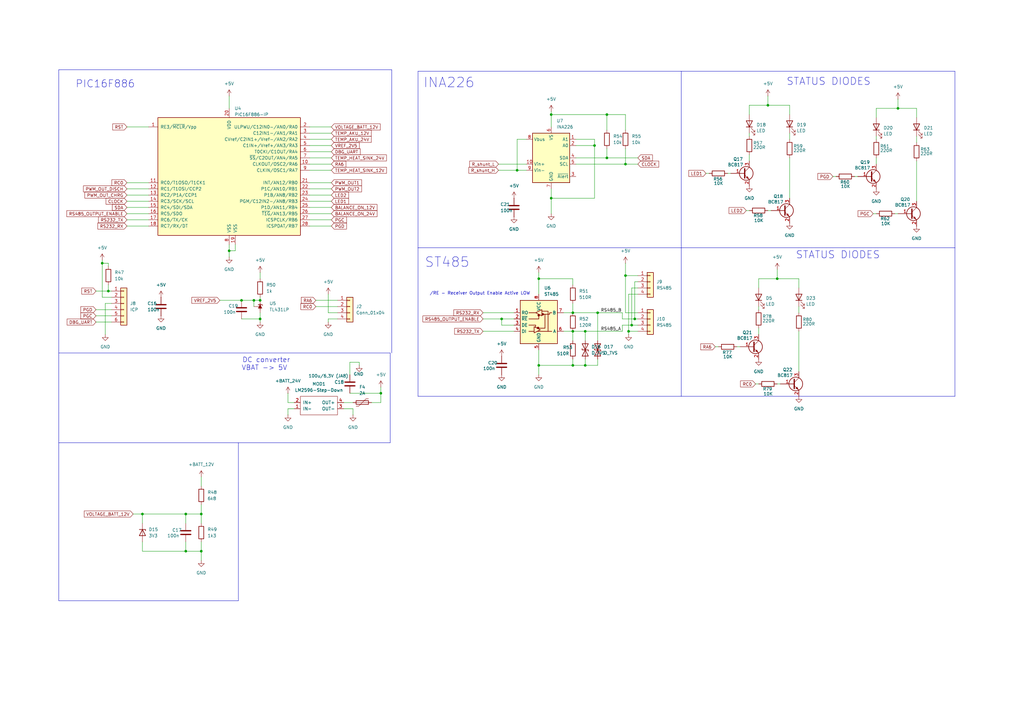
<source format=kicad_sch>
(kicad_sch (version 20231120) (generator "eeschema") (generator_version "8.0")
  (paper "A3")
  (junction (at 93.98 102.87))
  (junction (at 243.84 59.69))
  (junction (at 106.68 123.19))
  (junction (at 44.45 119.38))
  (junction (at 245.11 128.27))
  (junction (at 260.35 130.81))
  (junction (at 234.95 149.86))
  (junction (at 220.98 114.3))
  (junction (at 76.2 210.82))
  (junction (at 156.21 161.29))
  (junction (at 248.92 46.99))
  (junction (at 240.03 135.89))
  (junction (at 82.55 226.06))
  (junction (at 99.06 123.19))
  (junction (at 318.77 114.3))
  (junction (at 104.14 123.19))
  (junction (at 248.92 64.77))
  (junction (at 256.54 113.03))
  (junction (at 259.08 133.35))
  (junction (at 314.96 43.18))
  (junction (at 220.98 149.86))
  (junction (at 226.06 81.28))
  (junction (at 41.91 107.95))
  (junction (at 256.54 67.31))
  (junction (at 76.2 226.06))
  (junction (at 368.3 44.45))
  (junction (at 234.95 135.89))
  (junction (at 58.42 210.82))
  (junction (at 234.95 128.27))
  (junction (at 240.03 149.86))
  (junction (at 226.06 46.99))
  (junction (at 106.68 130.81))
  (junction (at 82.55 210.82))
  (junction (at 257.81 135.89))
  (junction (at 212.09 69.85))
  (junction (at 205.74 130.81))
  (wire (pts (xy 45.72 124.46) (xy 43.18 124.46)))
  (wire (pts (xy 212.09 57.15) (xy 212.09 69.85)))
  (wire (pts (xy 248.92 46.99) (xy 248.92 53.34)))
  (wire (pts (xy 147.32 148.59) (xy 143.51 148.59)))
  (wire (pts (xy 212.09 69.85) (xy 215.9 69.85)))
  (wire (pts (xy 306.07 86.36) (xy 307.34 86.36)))
  (wire (pts (xy 138.43 130.81) (xy 134.62 130.81)))
  (wire (pts (xy 118.11 170.18) (xy 118.11 167.64)))
  (wire (pts (xy 41.91 107.95) (xy 44.45 107.95)))
  (wire (pts (xy 127 64.77) (xy 135.89 64.77)))
  (wire (pts (xy 314.96 43.18) (xy 323.85 43.18)))
  (polyline (pts (xy 160.02 144.78) (xy 160.02 181.61)))
  (wire (pts (xy 226.06 45.72) (xy 226.06 46.99)))
  (wire (pts (xy 127 77.47) (xy 135.89 77.47)))
  (wire (pts (xy 76.2 210.82) (xy 82.55 210.82)))
  (wire (pts (xy 144.78 167.64) (xy 140.97 167.64)))
  (wire (pts (xy 368.3 40.64) (xy 368.3 44.45)))
  (wire (pts (xy 226.06 46.99) (xy 248.92 46.99)))
  (wire (pts (xy 309.88 157.48) (xy 311.15 157.48)))
  (wire (pts (xy 82.55 226.06) (xy 82.55 229.87)))
  (wire (pts (xy 255.27 133.35) (xy 255.27 135.89)))
  (wire (pts (xy 231.14 128.27) (xy 234.95 128.27)))
  (wire (pts (xy 327.66 135.89) (xy 327.66 152.4)))
  (polyline (pts (xy 160.655 28.575) (xy 160.655 144.78)))
  (wire (pts (xy 261.62 115.57) (xy 260.35 115.57)))
  (wire (pts (xy 323.85 64.77) (xy 323.85 81.28)))
  (wire (pts (xy 248.92 64.77) (xy 261.62 64.77)))
  (wire (pts (xy 76.2 210.82) (xy 76.2 214.63)))
  (wire (pts (xy 82.55 207.01) (xy 82.55 210.82)))
  (wire (pts (xy 41.91 107.95) (xy 41.91 121.92)))
  (wire (pts (xy 127 52.07) (xy 135.89 52.07)))
  (wire (pts (xy 198.12 128.27) (xy 210.82 128.27)))
  (wire (pts (xy 261.62 133.35) (xy 259.08 133.35)))
  (wire (pts (xy 257.81 137.16) (xy 257.81 135.89)))
  (wire (pts (xy 307.34 54.61) (xy 307.34 55.88)))
  (wire (pts (xy 76.2 222.25) (xy 76.2 226.06)))
  (wire (pts (xy 52.07 82.55) (xy 60.96 82.55)))
  (wire (pts (xy 204.47 69.85) (xy 212.09 69.85)))
  (polyline (pts (xy 24.13 181.61) (xy 97.79 181.61)))
  (wire (pts (xy 52.07 80.01) (xy 60.96 80.01)))
  (wire (pts (xy 127 54.61) (xy 135.89 54.61)))
  (wire (pts (xy 99.06 123.19) (xy 104.14 123.19)))
  (wire (pts (xy 106.68 121.92) (xy 106.68 123.19)))
  (wire (pts (xy 256.54 128.27) (xy 256.54 113.03)))
  (wire (pts (xy 129.54 125.73) (xy 138.43 125.73)))
  (wire (pts (xy 245.11 147.32) (xy 245.11 149.86)))
  (wire (pts (xy 96.52 102.87) (xy 96.52 100.33)))
  (wire (pts (xy 359.41 64.77) (xy 359.41 67.31)))
  (wire (pts (xy 234.95 135.89) (xy 240.03 135.89)))
  (wire (pts (xy 236.22 64.77) (xy 248.92 64.77)))
  (wire (pts (xy 156.21 165.1) (xy 156.21 161.29)))
  (wire (pts (xy 210.82 133.35) (xy 205.74 133.35)))
  (wire (pts (xy 234.95 124.46) (xy 234.95 128.27)))
  (wire (pts (xy 257.81 120.65) (xy 261.62 120.65)))
  (polyline (pts (xy 97.79 246.38) (xy 97.79 181.61)))
  (wire (pts (xy 76.2 226.06) (xy 58.42 226.06)))
  (polyline (pts (xy 279.4 162.56) (xy 391.668 162.56)))
  (wire (pts (xy 205.74 130.81) (xy 210.82 130.81)))
  (wire (pts (xy 44.45 109.22) (xy 44.45 107.95)))
  (wire (pts (xy 39.37 129.54) (xy 45.72 129.54)))
  (wire (pts (xy 104.14 125.73) (xy 104.14 123.19)))
  (wire (pts (xy 52.07 87.63) (xy 60.96 87.63)))
  (wire (pts (xy 39.37 127) (xy 45.72 127)))
  (wire (pts (xy 255.27 130.81) (xy 255.27 128.27)))
  (polyline (pts (xy 171.45 101.6) (xy 171.45 29.21)))
  (wire (pts (xy 359.41 44.45) (xy 359.41 48.26)))
  (wire (pts (xy 236.22 59.69) (xy 243.84 59.69)))
  (wire (pts (xy 39.37 119.38) (xy 44.45 119.38)))
  (wire (pts (xy 245.11 128.27) (xy 245.11 139.7)))
  (wire (pts (xy 257.81 135.89) (xy 261.62 135.89)))
  (wire (pts (xy 39.37 132.08) (xy 45.72 132.08)))
  (wire (pts (xy 58.42 210.82) (xy 58.42 214.63)))
  (wire (pts (xy 93.98 100.33) (xy 93.98 102.87)))
  (wire (pts (xy 44.45 116.84) (xy 44.45 119.38)))
  (wire (pts (xy 135.89 90.17) (xy 127 90.17)))
  (wire (pts (xy 99.06 130.81) (xy 106.68 130.81)))
  (wire (pts (xy 198.12 135.89) (xy 210.82 135.89)))
  (wire (pts (xy 307.34 43.18) (xy 314.96 43.18)))
  (wire (pts (xy 375.92 66.04) (xy 375.92 82.55)))
  (wire (pts (xy 341.63 72.39) (xy 342.9 72.39)))
  (wire (pts (xy 82.55 210.82) (xy 82.55 214.63)))
  (wire (pts (xy 240.03 149.86) (xy 234.95 149.86)))
  (wire (pts (xy 234.95 116.84) (xy 234.95 114.3)))
  (wire (pts (xy 93.98 102.87) (xy 93.98 105.41)))
  (polyline (pts (xy 391.668 162.56) (xy 391.668 101.6)))
  (wire (pts (xy 45.72 121.92) (xy 41.91 121.92)))
  (wire (pts (xy 257.81 135.89) (xy 257.81 120.65)))
  (wire (pts (xy 90.17 123.19) (xy 99.06 123.19)))
  (wire (pts (xy 127 59.69) (xy 135.89 59.69)))
  (wire (pts (xy 236.22 67.31) (xy 256.54 67.31)))
  (wire (pts (xy 127 74.93) (xy 135.89 74.93)))
  (wire (pts (xy 82.55 222.25) (xy 82.55 226.06)))
  (wire (pts (xy 134.62 120.65) (xy 134.62 128.27)))
  (wire (pts (xy 127 57.15) (xy 135.89 57.15)))
  (wire (pts (xy 234.95 149.86) (xy 220.98 149.86)))
  (wire (pts (xy 118.11 167.64) (xy 120.65 167.64)))
  (wire (pts (xy 104.14 123.19) (xy 106.68 123.19)))
  (wire (pts (xy 93.98 102.87) (xy 96.52 102.87)))
  (wire (pts (xy 41.91 106.68) (xy 41.91 107.95)))
  (wire (pts (xy 215.9 57.15) (xy 212.09 57.15)))
  (polyline (pts (xy 24.13 28.575) (xy 160.655 28.575)))
  (wire (pts (xy 127 80.01) (xy 135.89 80.01)))
  (wire (pts (xy 243.84 57.15) (xy 236.22 57.15)))
  (wire (pts (xy 307.34 43.18) (xy 307.34 46.99)))
  (wire (pts (xy 143.51 161.29) (xy 156.21 161.29)))
  (wire (pts (xy 261.62 118.11) (xy 259.08 118.11)))
  (polyline (pts (xy 171.45 101.6) (xy 279.4 101.6)))
  (wire (pts (xy 256.54 46.99) (xy 256.54 53.34)))
  (wire (pts (xy 245.11 128.27) (xy 255.27 128.27)))
  (wire (pts (xy 93.98 39.37) (xy 93.98 44.45)))
  (wire (pts (xy 234.95 114.3) (xy 220.98 114.3)))
  (wire (pts (xy 143.51 148.59) (xy 143.51 153.67)))
  (wire (pts (xy 256.54 113.03) (xy 256.54 107.95)))
  (wire (pts (xy 127 85.09) (xy 135.89 85.09)))
  (polyline (pts (xy 171.45 162.56) (xy 171.45 101.6)))
  (polyline (pts (xy 279.4 101.6) (xy 391.668 101.6)))
  (wire (pts (xy 82.55 226.06) (xy 76.2 226.06)))
  (wire (pts (xy 127 62.23) (xy 135.89 62.23)))
  (wire (pts (xy 52.07 85.09) (xy 60.96 85.09)))
  (wire (pts (xy 127 82.55) (xy 135.89 82.55)))
  (wire (pts (xy 311.15 125.73) (xy 311.15 127)))
  (wire (pts (xy 58.42 226.06) (xy 58.42 222.25)))
  (wire (pts (xy 368.3 44.45) (xy 375.92 44.45)))
  (wire (pts (xy 318.77 157.48) (xy 320.04 157.48)))
  (wire (pts (xy 359.41 55.88) (xy 359.41 57.15)))
  (wire (pts (xy 220.98 111.76) (xy 220.98 114.3)))
  (wire (pts (xy 327.66 125.73) (xy 327.66 128.27)))
  (wire (pts (xy 44.45 119.38) (xy 45.72 119.38)))
  (wire (pts (xy 314.96 86.36) (xy 316.23 86.36)))
  (wire (pts (xy 138.43 128.27) (xy 134.62 128.27)))
  (wire (pts (xy 54.61 210.82) (xy 58.42 210.82)))
  (polyline (pts (xy 391.668 29.21) (xy 279.4 29.21)))
  (wire (pts (xy 256.54 60.96) (xy 256.54 67.31)))
  (wire (pts (xy 248.92 60.96) (xy 248.92 64.77)))
  (wire (pts (xy 293.37 142.24) (xy 294.64 142.24)))
  (wire (pts (xy 248.92 46.99) (xy 256.54 46.99)))
  (wire (pts (xy 226.06 77.47) (xy 226.06 81.28)))
  (wire (pts (xy 152.4 165.1) (xy 156.21 165.1)))
  (wire (pts (xy 318.77 114.3) (xy 327.66 114.3)))
  (wire (pts (xy 350.52 72.39) (xy 351.79 72.39)))
  (wire (pts (xy 256.54 113.03) (xy 261.62 113.03)))
  (wire (pts (xy 240.03 147.32) (xy 240.03 149.86)))
  (wire (pts (xy 129.54 123.19) (xy 138.43 123.19)))
  (wire (pts (xy 234.95 135.89) (xy 234.95 139.7)))
  (wire (pts (xy 375.92 44.45) (xy 375.92 48.26)))
  (wire (pts (xy 120.65 165.1) (xy 118.11 165.1)))
  (wire (pts (xy 204.47 67.31) (xy 215.9 67.31)))
  (wire (pts (xy 259.08 118.11) (xy 259.08 133.35)))
  (wire (pts (xy 226.06 81.28) (xy 226.06 87.63)))
  (wire (pts (xy 323.85 43.18) (xy 323.85 46.99)))
  (wire (pts (xy 52.07 90.17) (xy 60.96 90.17)))
  (wire (pts (xy 118.11 165.1) (xy 118.11 161.29)))
  (wire (pts (xy 147.32 148.59) (xy 147.32 149.86)))
  (wire (pts (xy 358.14 87.63) (xy 359.41 87.63)))
  (wire (pts (xy 226.06 46.99) (xy 226.06 52.07)))
  (polyline (pts (xy 24.13 246.38) (xy 97.79 246.38)))
  (polyline (pts (xy 24.13 181.61) (xy 24.13 28.575)))
  (wire (pts (xy 60.96 52.07) (xy 52.07 52.07)))
  (wire (pts (xy 220.98 114.3) (xy 220.98 120.65)))
  (polyline (pts (xy 171.45 29.21) (xy 279.4 29.21)))
  (wire (pts (xy 240.03 135.89) (xy 255.27 135.89)))
  (wire (pts (xy 375.92 55.88) (xy 375.92 58.42)))
  (wire (pts (xy 311.15 114.3) (xy 318.77 114.3)))
  (wire (pts (xy 58.42 210.82) (xy 76.2 210.82)))
  (wire (pts (xy 307.34 63.5) (xy 307.34 66.04)))
  (wire (pts (xy 205.74 133.35) (xy 205.74 130.81)))
  (wire (pts (xy 106.68 128.27) (xy 106.68 130.81)))
  (wire (pts (xy 226.06 81.28) (xy 243.84 81.28)))
  (wire (pts (xy 311.15 134.62) (xy 311.15 137.16)))
  (polyline (pts (xy 279.4 162.56) (xy 279.4 29.21)))
  (wire (pts (xy 156.21 161.29) (xy 156.21 158.75)))
  (wire (pts (xy 106.68 111.76) (xy 106.68 114.3)))
  (wire (pts (xy 231.14 135.89) (xy 234.95 135.89)))
  (wire (pts (xy 289.56 71.12) (xy 290.83 71.12)))
  (wire (pts (xy 311.15 114.3) (xy 311.15 118.11)))
  (wire (pts (xy 256.54 67.31) (xy 261.62 67.31)))
  (wire (pts (xy 144.78 167.64) (xy 144.78 170.18)))
  (wire (pts (xy 43.18 124.46) (xy 43.18 137.16)))
  (wire (pts (xy 245.11 149.86) (xy 240.03 149.86)))
  (wire (pts (xy 261.62 130.81) (xy 260.35 130.81)))
  (wire (pts (xy 260.35 115.57) (xy 260.35 130.81)))
  (wire (pts (xy 327.66 114.3) (xy 327.66 118.11)))
  (wire (pts (xy 127 67.31) (xy 135.89 67.31)))
  (polyline (pts (xy 391.668 101.6) (xy 391.668 29.21)))
  (polyline (pts (xy 24.13 181.61) (xy 24.13 246.38)))
  (wire (pts (xy 314.96 39.37) (xy 314.96 43.18)))
  (polyline (pts (xy 160.02 181.61) (xy 97.79 181.61)))
  (wire (pts (xy 243.84 81.28) (xy 243.84 59.69)))
  (wire (pts (xy 243.84 59.69) (xy 243.84 57.15)))
  (wire (pts (xy 106.68 130.81) (xy 106.68 132.08)))
  (wire (pts (xy 127 69.85) (xy 135.89 69.85)))
  (wire (pts (xy 134.62 130.81) (xy 134.62 132.08)))
  (wire (pts (xy 234.95 128.27) (xy 245.11 128.27)))
  (wire (pts (xy 259.08 133.35) (xy 255.27 133.35)))
  (polyline (pts (xy 24.13 144.78) (xy 160.02 144.78)))
  (wire (pts (xy 260.35 130.81) (xy 255.27 130.81)))
  (wire (pts (xy 302.26 142.24) (xy 303.53 142.24)))
  (wire (pts (xy 82.55 195.58) (xy 82.55 199.39)))
  (wire (pts (xy 135.89 92.71) (xy 127 92.71)))
  (wire (pts (xy 318.77 110.49) (xy 318.77 114.3)))
  (wire (pts (xy 220.98 143.51) (xy 220.98 149.86)))
  (wire (pts (xy 261.62 128.27) (xy 256.54 128.27)))
  (wire (pts (xy 367.03 87.63) (xy 368.3 87.63)))
  (wire (pts (xy 127 87.63) (xy 135.89 87.63)))
  (wire (pts (xy 52.07 74.93) (xy 60.96 74.93)))
  (wire (pts (xy 220.98 149.86) (xy 220.98 153.67)))
  (polyline (pts (xy 171.45 162.56) (xy 279.4 162.56)))
  (wire (pts (xy 140.97 165.1) (xy 144.78 165.1)))
  (wire (pts (xy 368.3 44.45) (xy 359.41 44.45)))
  (wire (pts (xy 198.12 130.81) (xy 205.74 130.81)))
  (wire (pts (xy 52.07 77.47) (xy 60.96 77.47)))
  (wire (pts (xy 323.85 54.61) (xy 323.85 57.15)))
  (wire (pts (xy 234.95 147.32) (xy 234.95 149.86)))
  (wire (pts (xy 298.45 71.12) (xy 299.72 71.12)))
  (wire (pts (xy 240.03 135.89) (xy 240.03 139.7)))
  (wire (pts (xy 52.07 92.71) (xy 60.96 92.71)))
  (text "INA226\n" (at 184.15 34.036 0) (effects (font (size 4 4))))
  (text "PIC16F886" (at 43.18 34.544 0) (effects (font (size 3 3))))
  (text "STATUS DIODES" (at 343.662 104.648 0) (effects (font (size 3 3))))
  (text "ST485" (at 183.388 107.696 0) (effects (font (size 4 4))))
  (text "DC converter\nVBAT -> 5V " (at 109.22 149.352 0) (effects (font (size 2 2))))
  (text "/RE - Receiver Output Enable Active LOW" (at 196.85 120.396 0) (effects (font (size 1.27 1.27))))
  (text "STATUS DIODES" (at 339.852 33.528 0) (effects (font (size 3 3))))
  (label "RS485_A" (at 246.38 135.89 0))
  (label "RS485_B" (at 246.38 128.27 0))
  (global_label "PGD" (shape input) (at 135.89 92.71 0) (property "Intersheetrefs" "${INTERSHEET_REFS}" (effects (hide yes))))
  (global_label "LED2" (shape input) (at 135.89 80.01 0) (property "Intersheetrefs" "${INTERSHEET_REFS}" (effects (hide yes))))
  (global_label "R_shunt_L" (shape input) (at 204.47 67.31 180) (property "Intersheetrefs" "${INTERSHEET_REFS}" (effects (hide yes))))
  (global_label "VOLTAGE_BATT_12V" (shape input) (at 54.61 210.82 180) (property "Intersheetrefs" "${INTERSHEET_REFS}" (effects (hide yes))))
  (global_label "TEMP_AKU_12V" (shape input) (at 135.89 54.61 0) (property "Intersheetrefs" "${INTERSHEET_REFS}" (effects (hide yes))))
  (global_label "PWM_OUT1" (shape input) (at 135.89 74.93 0) (property "Intersheetrefs" "${INTERSHEET_REFS}" (effects (hide yes))))
  (global_label "RST" (shape input) (at 52.07 52.07 180) (property "Intersheetrefs" "${INTERSHEET_REFS}" (effects (hide yes))))
  (global_label "RS232_RX" (shape input) (at 198.12 128.27 180) (property "Intersheetrefs" "${INTERSHEET_REFS}" (effects (hide yes))))
  (global_label "LED1" (shape input) (at 135.89 82.55 0) (property "Intersheetrefs" "${INTERSHEET_REFS}" (effects (hide yes))))
  (global_label "PGD" (shape input) (at 341.63 72.39 180) (property "Intersheetrefs" "${INTERSHEET_REFS}" (effects (hide yes))))
  (global_label "RA6" (shape input) (at 293.37 142.24 180) (property "Intersheetrefs" "${INTERSHEET_REFS}" (effects (hide yes))))
  (global_label "RST" (shape input) (at 39.37 119.38 180) (property "Intersheetrefs" "${INTERSHEET_REFS}" (effects (hide yes))))
  (global_label "TEMP_AKU_24V" (shape input) (at 135.89 57.15 0) (property "Intersheetrefs" "${INTERSHEET_REFS}" (effects (hide yes))))
  (global_label "SDA" (shape input) (at 261.62 64.77 0) (property "Intersheetrefs" "${INTERSHEET_REFS}" (effects (hide yes))))
  (global_label "PWM_OUT_CHRG" (shape input) (at 52.07 80.01 180) (property "Intersheetrefs" "${INTERSHEET_REFS}" (effects (hide yes))))
  (global_label "SDA" (shape input) (at 52.07 85.09 180) (property "Intersheetrefs" "${INTERSHEET_REFS}" (effects (hide yes))))
  (global_label "R_shunt_H" (shape input) (at 204.47 69.85 180) (property "Intersheetrefs" "${INTERSHEET_REFS}" (effects (hide yes))))
  (global_label "VOLTAGE_BATT_12V" (shape input) (at 135.89 52.07 0) (property "Intersheetrefs" "${INTERSHEET_REFS}" (effects (hide yes))))
  (global_label "BALANCE_ON_12V" (shape input) (at 135.89 85.09 0) (property "Intersheetrefs" "${INTERSHEET_REFS}" (effects (hide yes))))
  (global_label "VREF_2V5" (shape input) (at 90.17 123.19 180) (property "Intersheetrefs" "${INTERSHEET_REFS}" (effects (hide yes))))
  (global_label "CLOCK" (shape input) (at 261.62 67.31 0) (property "Intersheetrefs" "${INTERSHEET_REFS}" (effects (hide yes))))
  (global_label "RS485_OUTPUT_ENABLE" (shape input) (at 198.12 130.81 180) (property "Intersheetrefs" "${INTERSHEET_REFS}" (effects (hide yes))))
  (global_label "RC0" (shape input) (at 52.07 74.93 180) (property "Intersheetrefs" "${INTERSHEET_REFS}" (effects (hide yes))))
  (global_label "RA6" (shape input) (at 129.54 123.19 180) (property "Intersheetrefs" "${INTERSHEET_REFS}" (effects (hide yes))))
  (global_label "RS232_TX" (shape input) (at 198.12 135.89 180) (property "Intersheetrefs" "${INTERSHEET_REFS}" (effects (hide yes))))
  (global_label "PGC" (shape input) (at 358.14 87.63 180) (property "Intersheetrefs" "${INTERSHEET_REFS}" (effects (hide yes))))
  (global_label "DBG_UART" (shape input) (at 135.89 62.23 0) (property "Intersheetrefs" "${INTERSHEET_REFS}" (effects (hide yes))))
  (global_label "TEMP_HEAT_SINK_12V" (shape input) (at 135.89 69.85 0) (property "Intersheetrefs" "${INTERSHEET_REFS}" (effects (hide yes))))
  (global_label "PWM_OUT_DISCH" (shape input) (at 52.07 77.47 180) (property "Intersheetrefs" "${INTERSHEET_REFS}" (effects (hide yes))))
  (global_label "LED1" (shape input) (at 289.56 71.12 180) (property "Intersheetrefs" "${INTERSHEET_REFS}" (effects (hide yes))))
  (global_label "PGC" (shape input) (at 39.37 129.54 180) (property "Intersheetrefs" "${INTERSHEET_REFS}" (effects (hide yes))))
  (global_label "LED2" (shape input) (at 306.07 86.36 180) (property "Intersheetrefs" "${INTERSHEET_REFS}" (effects (hide yes))))
  (global_label "RC0" (shape input) (at 129.54 125.73 180) (property "Intersheetrefs" "${INTERSHEET_REFS}" (effects (hide yes))))
  (global_label "CLOCK" (shape input) (at 52.07 82.55 180) (property "Intersheetrefs" "${INTERSHEET_REFS}" (effects (hide yes))))
  (global_label "PGC" (shape input) (at 135.89 90.17 0) (property "Intersheetrefs" "${INTERSHEET_REFS}" (effects (hide yes))))
  (global_label "RS232_RX" (shape input) (at 52.07 92.71 180) (property "Intersheetrefs" "${INTERSHEET_REFS}" (effects (hide yes))))
  (global_label "BALANCE_ON_24V" (shape input) (at 135.89 87.63 0) (property "Intersheetrefs" "${INTERSHEET_REFS}" (effects (hide yes))))
  (global_label "RS232_TX" (shape input) (at 52.07 90.17 180) (property "Intersheetrefs" "${INTERSHEET_REFS}" (effects (hide yes))))
  (global_label "PGD" (shape input) (at 39.37 127 180) (property "Intersheetrefs" "${INTERSHEET_REFS}" (effects (hide yes))))
  (global_label "RC0" (shape input) (at 309.88 157.48 180) (property "Intersheetrefs" "${INTERSHEET_REFS}" (effects (hide yes))))
  (global_label "DBG_UART" (shape input) (at 39.37 132.08 180) (property "Intersheetrefs" "${INTERSHEET_REFS}" (effects (hide yes))))
  (global_label "PWM_OUT2" (shape input) (at 135.89 77.47 0) (property "Intersheetrefs" "${INTERSHEET_REFS}" (effects (hide yes))))
  (global_label "TEMP_HEAT_SINK_24V" (shape input) (at 135.89 64.77 0) (property "Intersheetrefs" "${INTERSHEET_REFS}" (effects (hide yes))))
  (global_label "RA6" (shape input) (at 135.89 67.31 0) (property "Intersheetrefs" "${INTERSHEET_REFS}" (effects (hide yes))))
  (global_label "VREF_2V5" (shape input) (at 135.89 59.69 0) (property "Intersheetrefs" "${INTERSHEET_REFS}" (effects (hide yes))))
  (global_label "RS485_OUTPUT_ENABLE" (shape input) (at 52.07 87.63 180) (property "Intersheetrefs" "${INTERSHEET_REFS}" (effects (hide yes))))
  (symbol (lib_id "power:GND") (at 66.04 129.54 0) (unit 1)
    (property "Reference" "#PWR056" (effects (hide yes)))
    (property "Value" "GND" (at 66.04 134.62 0))
    (property "Description" "Power symbol creates a global label with name \"GND\" , ground" (effects (hide yes)))
  )
  (symbol (lib_id "Device:C") (at 143.51 157.48 0) (unit 1)
    (property "Reference" "C18" (at 137.16 156.718 0) (effects (justify left)))
    (property "Value" "100u/6,3V (JA8)" (at 126.492 154.178 0) (effects (justify left)))
    (property "Footprint" "Capacitor_Tantalum_SMD:CP_EIA-3528-21_Kemet-B" (effects (hide yes)))
    (property "Description" "VISHAY TMCU SMD CODE JA8" (effects (hide yes)))
  )
  (symbol (lib_id "Device:R") (at 248.92 57.15 0) (unit 1)
    (property "Reference" "R54" (at 251.46 55.8799 0) (effects (justify left)))
    (property "Value" "10k" (at 251.46 58.4199 0) (effects (justify left)))
    (property "Footprint" "Resistor_SMD:R_0805_2012Metric_Pad1.20x1.40mm_HandSolder" (effects (hide yes)))
    (property "Description" "Resistor" (effects (hide yes)))
  )
  (symbol (lib_id "Device:R") (at 82.55 203.2 0) (unit 1)
    (property "Reference" "R48" (at 85.09 201.9299 0) (effects (justify left)))
    (property "Value" "6k8" (at 85.09 204.4699 0) (effects (justify left)))
    (property "Footprint" "Resistor_SMD:R_0805_2012Metric_Pad1.20x1.40mm_HandSolder" (effects (hide yes)))
    (property "Description" "Resistor" (effects (hide yes)))
  )
  (symbol (lib_id "power:+5V") (at 368.3 40.64 0) (unit 1)
    (property "Reference" "#PWR086" (effects (hide yes)))
    (property "Value" "+5V" (at 368.3 35.56 0))
    (property "Description" "Power symbol creates a global label with name \"+5V\"" (effects (hide yes)))
  )
  (symbol (lib_id "power:GND") (at 43.18 137.16 0) (unit 1)
    (property "Reference" "#PWR054" (effects (hide yes)))
    (property "Value" "GND" (at 43.18 142.24 0))
    (property "Description" "Power symbol creates a global label with name \"GND\" , ground" (effects (hide yes)))
  )
  (symbol (lib_id "Device:R") (at 327.66 132.08 180) (unit 1)
    (property "Reference" "R80" (at 329.184 131.064 0) (effects (justify right)))
    (property "Value" "220R" (at 329.184 132.842 0) (effects (justify right)))
    (property "Footprint" "Resistor_SMD:R_0805_2012Metric_Pad1.20x1.40mm_HandSolder" (effects (hide yes)))
    (property "Description" "Resistor" (effects (hide yes)))
  )
  (symbol (lib_id "Device:R") (at 256.54 57.15 0) (unit 1)
    (property "Reference" "R55" (at 259.08 55.8799 0) (effects (justify left)))
    (property "Value" "10k" (at 259.08 58.4199 0) (effects (justify left)))
    (property "Footprint" "Resistor_SMD:R_0805_2012Metric_Pad1.20x1.40mm_HandSolder" (effects (hide yes)))
    (property "Description" "Resistor" (effects (hide yes)))
  )
  (symbol (lib_id "power:+5V") (at 41.91 106.68 0) (unit 1)
    (property "Reference" "#PWR053" (effects (hide yes)))
    (property "Value" "+5V" (at 41.91 101.6 0))
    (property "Description" "Power symbol creates a global label with name \"+5V\"" (effects (hide yes)))
  )
  (symbol (lib_id "Interface_UART:ST485EBDR") (at 220.98 130.81 0) (unit 1)
    (property "Reference" "U6" (at 223.1741 118.11 0) (effects (justify left)))
    (property "Value" "ST485" (at 223.1741 120.65 0) (effects (justify left)))
    (property "Footprint" "Package_SO:SOIC-8_3.9x4.9mm_P1.27mm" (effects (hide yes)))
    (property "Datasheet" "http://www.st.com/resource/en/datasheet/st485eb.pdf" (effects (hide yes)))
    (property "Description" "Half duplex RS-485/RS-422, 5 Mbps, ±15kV electro-static discharge (ESD) protection, no slew-rate, with low-power shutdown, with receiver/driver enable, 256 transceiver on the bus - 40 to 85 °C, SOIC-8" (effects (hide yes)))
  )
  (symbol (lib_id "power:GND") (at 93.98 105.41 0) (unit 1)
    (property "Reference" "#PWR062" (effects (hide yes)))
    (property "Value" "GND" (at 93.98 110.49 0))
    (property "Description" "Power symbol creates a global label with name \"GND\" , ground" (effects (hide yes)))
  )
  (symbol (lib_id "Device:LED") (at 359.41 52.07 90) (unit 1)
    (property "Reference" "D20" (at 362.331 52.4453 90) (effects (justify right)))
    (property "Value" "LED" (at 362.331 54.8696 90) (effects (justify right)))
    (property "Footprint" "LED_THT:LED_D5.0mm" (effects (hide yes)))
    (property "Description" "Light emitting diode" (effects (hide yes)))
  )
  (symbol (lib_id "Device:C") (at 66.04 125.73 0) (unit 1)
    (property "Reference" "C16" (at 60.452 124.46 0) (effects (justify left)))
    (property "Value" "100n" (at 60.452 127 0) (effects (justify left)))
    (property "Footprint" "Capacitor_SMD:C_0805_2012Metric_Pad1.18x1.45mm_HandSolder" (effects (hide yes)))
    (property "Description" "Unpolarized capacitor" (effects (hide yes)))
  )
  (symbol (lib_id "power:GND") (at 106.68 132.08 0) (unit 1)
    (property "Reference" "#PWR064" (effects (hide yes)))
    (property "Value" "GND" (at 106.68 137.16 0))
    (property "Description" "Power symbol creates a global label with name \"GND\" , ground" (effects (hide yes)))
  )
  (symbol (lib_id "power:GND") (at 210.82 88.9 0) (unit 1)
    (property "Reference" "#PWR075" (effects (hide yes)))
    (property "Value" "GND" (at 210.82 93.98 0))
    (property "Description" "Power symbol creates a global label with name \"GND\" , ground" (effects (hide yes)))
  )
  (symbol (lib_id "Device:R") (at 375.92 62.23 180) (unit 1)
    (property "Reference" "R63" (at 377.444 61.214 0) (effects (justify right)))
    (property "Value" "220R" (at 377.444 62.992 0) (effects (justify right)))
    (property "Footprint" "Resistor_SMD:R_0805_2012Metric_Pad1.20x1.40mm_HandSolder" (effects (hide yes)))
    (property "Description" "Resistor" (effects (hide yes)))
  )
  (symbol (lib_id "Connector_Generic:Conn_01x04") (at 143.51 125.73 0) (unit 1)
    (property "Reference" "J2" (at 146.05 125.7299 0) (effects (justify left)))
    (property "Value" "Conn_01x04" (at 146.05 128.2699 0) (effects (justify left)))
    (property "Footprint" "Connector_PinHeader_2.54mm:PinHeader_1x04_P2.54mm_Vertical" (effects (hide yes)))
    (property "Description" "Generic connector, single row, 01x04, script generated (kicad-library-utils/schlib/autogen/connector/)" (effects (hide yes)))
  )
  (symbol (lib_id "power:+5V") (at 156.21 158.75 0) (unit 1)
    (property "Reference" "#PWR070" (effects (hide yes)))
    (property "Value" "+5V" (at 156.21 153.67 0))
    (property "Description" "Power symbol creates a global label with name \"+5V\"" (effects (hide yes)))
  )
  (symbol (lib_id "Device:R") (at 298.45 142.24 270) (unit 1)
    (property "Reference" "R77" (at 300.228 144.526 90) (effects (justify right)))
    (property "Value" "10K" (at 300.482 146.304 90) (effects (justify right)))
    (property "Footprint" "Resistor_SMD:R_0805_2012Metric_Pad1.20x1.40mm_HandSolder" (effects (hide yes)))
    (property "Description" "Resistor" (effects (hide yes)))
  )
  (symbol (lib_id "Device:LED") (at 327.66 121.92 90) (unit 1)
    (property "Reference" "D23" (at 330.581 122.2953 90) (effects (justify right)))
    (property "Value" "LED" (at 330.581 124.7196 90) (effects (justify right)))
    (property "Footprint" "LED_SMD:LED_PLCC-2_3.4x3.0mm_KA" (effects (hide yes)))
    (property "Description" "Light emitting diode" (effects (hide yes)))
  )
  (symbol (lib_id "Transistor_BJT:BC817") (at 308.61 142.24 0) (unit 1)
    (property "Reference" "Q21" (at 304.546 136.398 0) (effects (justify left)))
    (property "Value" "BC817" (at 302.26 138.684 0) (effects (justify left)))
    (property "Footprint" "Package_TO_SOT_SMD:SOT-23" (effects (hide yes)))
    (property "Datasheet" "http://www.fairchildsemi.com/ds/BC/BC817.pdf" (effects (hide yes)))
  )
  (symbol (lib_id "Device:R") (at 82.55 218.44 0) (unit 1)
    (property "Reference" "R49" (at 85.09 217.1699 0) (effects (justify left)))
    (property "Value" "1k3" (at 85.09 219.7099 0) (effects (justify left)))
    (property "Footprint" "Resistor_SMD:R_0805_2012Metric_Pad1.20x1.40mm_HandSolder" (effects (hide yes)))
    (property "Description" "Resistor" (effects (hide yes)))
  )
  (symbol (lib_id "power:GND") (at 144.78 170.18 0) (unit 1)
    (property "Reference" "#PWR069" (effects (hide yes)))
    (property "Value" "GND" (at 144.78 175.26 0))
    (property "Description" "Power symbol creates a global label with name \"GND\" , ground" (effects (hide yes)))
  )
  (symbol (lib_id "Device:LED") (at 307.34 50.8 90) (unit 1)
    (property "Reference" "D18" (at 310.261 51.1753 90) (effects (justify right)))
    (property "Value" "LED" (at 310.261 53.5996 90) (effects (justify right)))
    (property "Footprint" "LED_THT:LED_D5.0mm" (effects (hide yes)))
    (property "Description" "Light emitting diode" (effects (hide yes)))
  )
  (symbol (lib_id "Device:R") (at 106.68 118.11 0) (unit 1)
    (property "Reference" "R50" (at 109.22 116.8399 0) (effects (justify left)))
    (property "Value" "1k" (at 109.22 119.3799 0) (effects (justify left)))
    (property "Footprint" "Resistor_SMD:R_0805_2012Metric_Pad1.20x1.40mm_HandSolder" (effects (hide yes)))
    (property "Description" "Resistor" (effects (hide yes)))
  )
  (symbol (lib_id "power:GND") (at 226.06 87.63 0) (unit 1)
    (property "Reference" "#PWR079" (effects (hide yes)))
    (property "Value" "GND" (at 226.06 92.71 0))
    (property "Description" "Power symbol creates a global label with name \"GND\" , ground" (effects (hide yes)))
  )
  (symbol (lib_id "Device:R") (at 307.34 59.69 180) (unit 1)
    (property "Reference" "R57" (at 308.864 58.674 0) (effects (justify right)))
    (property "Value" "220R" (at 308.864 60.452 0) (effects (justify right)))
    (property "Footprint" "Resistor_SMD:R_0805_2012Metric_Pad1.20x1.40mm_HandSolder" (effects (hide yes)))
    (property "Description" "Resistor" (effects (hide yes)))
  )
  (symbol (lib_id "Device:R") (at 311.15 86.36 270) (unit 1)
    (property "Reference" "R58" (at 312.928 88.392 90) (effects (justify right)))
    (property "Value" "10K" (at 313.182 90.424 90) (effects (justify right)))
    (property "Footprint" "Resistor_SMD:R_0805_2012Metric_Pad1.20x1.40mm_HandSolder" (effects (hide yes)))
    (property "Description" "Resistor" (effects (hide yes)))
  )
  (symbol (lib_id "Device:R") (at 314.96 157.48 270) (unit 1)
    (property "Reference" "R79" (at 316.738 159.512 90) (effects (justify right)))
    (property "Value" "10K" (at 316.992 161.544 90) (effects (justify right)))
    (property "Footprint" "Resistor_SMD:R_0805_2012Metric_Pad1.20x1.40mm_HandSolder" (effects (hide yes)))
    (property "Description" "Resistor" (effects (hide yes)))
  )
  (symbol (lib_id "Transistor_BJT:BC817") (at 325.12 157.48 0) (unit 1)
    (property "Reference" "Q22" (at 321.056 151.638 0) (effects (justify left)))
    (property "Value" "BC817" (at 318.77 153.924 0) (effects (justify left)))
    (property "Footprint" "Package_TO_SOT_SMD:SOT-23" (effects (hide yes)))
    (property "Datasheet" "http://www.fairchildsemi.com/ds/BC/BC817.pdf" (effects (hide yes)))
  )
  (symbol (lib_id "Device:R") (at 234.95 143.51 0) (unit 1)
    (property "Reference" "R53" (at 230.886 142.494 0) (effects (justify left)))
    (property "Value" "510R" (at 228.346 145.034 0) (effects (justify left)))
    (property "Footprint" "Resistor_SMD:R_0805_2012Metric_Pad1.20x1.40mm_HandSolder" (effects (hide yes)))
    (property "Description" "Resistor" (effects (hide yes)))
  )
  (symbol (lib_id "Device:R") (at 234.95 132.08 0) (unit 1)
    (property "Reference" "R52" (at 237.49 130.8099 0) (effects (justify left)))
    (property "Value" "120R" (at 237.49 133.3499 0) (effects (justify left)))
    (property "Footprint" "Resistor_SMD:R_0805_2012Metric_Pad1.20x1.40mm_HandSolder" (effects (hide yes)))
    (property "Description" "Resistor" (effects (hide yes)))
  )
  (symbol (lib_id "power:GND") (at 205.74 153.67 0) (unit 1)
    (property "Reference" "#PWR073" (effects (hide yes)))
    (property "Value" "GND" (at 205.74 158.75 0))
    (property "Description" "Power symbol creates a global label with name \"GND\" , ground" (effects (hide yes)))
  )
  (symbol (lib_id "Device:R") (at 44.45 113.03 0) (unit 1)
    (property "Reference" "R47" (at 46.99 111.7599 0) (effects (justify left)))
    (property "Value" "10k" (at 46.99 114.2999 0) (effects (justify left)))
    (property "Footprint" "Resistor_SMD:R_0805_2012Metric_Pad1.20x1.40mm_HandSolder" (effects (hide yes)))
    (property "Description" "Resistor" (effects (hide yes)))
  )
  (symbol (lib_id "Device:R") (at 311.15 130.81 180) (unit 1)
    (property "Reference" "R78" (at 312.674 129.794 0) (effects (justify right)))
    (property "Value" "220R" (at 312.674 131.572 0) (effects (justify right)))
    (property "Footprint" "Resistor_SMD:R_0805_2012Metric_Pad1.20x1.40mm_HandSolder" (effects (hide yes)))
    (property "Description" "Resistor" (effects (hide yes)))
  )
  (symbol (lib_id "Device:LED") (at 375.92 52.07 90) (unit 1)
    (property "Reference" "D21" (at 378.841 52.4453 90) (effects (justify right)))
    (property "Value" "LED" (at 378.841 54.8696 90) (effects (justify right)))
    (property "Footprint" "LED_THT:LED_D5.0mm" (effects (hide yes)))
    (property "Description" "Light emitting diode" (effects (hide yes)))
  )
  (symbol (lib_id "Transistor_BJT:BC817") (at 356.87 72.39 0) (unit 1)
    (property "Reference" "Q19" (at 352.806 66.548 0) (effects (justify left)))
    (property "Value" "BC817" (at 350.52 68.834 0) (effects (justify left)))
    (property "Footprint" "Package_TO_SOT_SMD:SOT-23" (effects (hide yes)))
    (property "Datasheet" "http://www.fairchildsemi.com/ds/BC/BC817.pdf" (effects (hide yes)))
  )
  (symbol (lib_id "Device:D_TVS") (at 245.11 143.51 90) (unit 1)
    (property "Reference" "D17" (at 247.65 142.2399 90) (effects (justify right)))
    (property "Value" "D_TVS" (at 247.65 144.7799 90) (effects (justify right)))
    (property "Footprint" "Diode_SMD:D_SMA" (effects (hide yes)))
    (property "Description" "Bidirectional transient-voltage-suppression diode" (effects (hide yes)))
  )
  (symbol (lib_id "Device:R") (at 363.22 87.63 270) (unit 1)
    (property "Reference" "R62" (at 364.998 89.662 90) (effects (justify right)))
    (property "Value" "10K" (at 365.252 91.694 90) (effects (justify right)))
    (property "Footprint" "Resistor_SMD:R_0805_2012Metric_Pad1.20x1.40mm_HandSolder" (effects (hide yes)))
    (property "Description" "Resistor" (effects (hide yes)))
  )
  (symbol (lib_id "power:+5V") (at 314.96 39.37 0) (unit 1)
    (property "Reference" "#PWR083" (effects (hide yes)))
    (property "Value" "+5V" (at 314.96 34.29 0))
    (property "Description" "Power symbol creates a global label with name \"+5V\"" (effects (hide yes)))
  )
  (symbol (lib_id "Device:Polyfuse") (at 148.59 165.1 90) (unit 1)
    (property "Reference" "F4" (at 148.59 158.75 90))
    (property "Value" "2A" (at 148.59 161.29 90))
    (property "Footprint" "Fuse:Fuse_2512_6332Metric_Pad1.52x3.35mm_HandSolder" (effects (hide yes)))
    (property "Description" "Resettable fuse, polymeric positive temperature coefficient" (effects (hide yes)))
  )
  (symbol (lib_id "power:GND") (at 307.34 76.2 0) (unit 1)
    (property "Reference" "#PWR082" (effects (hide yes)))
    (property "Value" "GND" (at 307.34 81.28 0))
    (property "Description" "Power symbol creates a global label with name \"GND\" , ground" (effects (hide yes)))
  )
  (symbol (lib_id "Device:R") (at 323.85 60.96 180) (unit 1)
    (property "Reference" "R59" (at 325.374 59.944 0) (effects (justify right)))
    (property "Value" "220R" (at 325.374 61.722 0) (effects (justify right)))
    (property "Footprint" "Resistor_SMD:R_0805_2012Metric_Pad1.20x1.40mm_HandSolder" (effects (hide yes)))
    (property "Description" "Resistor" (effects (hide yes)))
  )
  (symbol (lib_id "power:+5V") (at 205.74 146.05 0) (unit 1)
    (property "Reference" "#PWR072" (effects (hide yes)))
    (property "Value" "+5V" (at 205.74 140.97 0))
    (property "Description" "Power symbol creates a global label with name \"+5V\"" (effects (hide yes)))
  )
  (symbol (lib_id "Transistor_BJT:BC817") (at 373.38 87.63 0) (unit 1)
    (property "Reference" "Q20" (at 369.316 81.788 0) (effects (justify left)))
    (property "Value" "BC817" (at 367.03 84.074 0) (effects (justify left)))
    (property "Footprint" "Package_TO_SOT_SMD:SOT-23" (effects (hide yes)))
    (property "Datasheet" "http://www.fairchildsemi.com/ds/BC/BC817.pdf" (effects (hide yes)))
  )
  (symbol (lib_id "power:+5V") (at 220.98 111.76 0) (unit 1)
    (property "Reference" "#PWR076" (effects (hide yes)))
    (property "Value" "+5V" (at 220.98 106.68 0))
    (property "Description" "Power symbol creates a global label with name \"+5V\"" (effects (hide yes)))
  )
  (symbol (lib_id "power:+5V") (at 134.62 120.65 0) (unit 1)
    (property "Reference" "#PWR067" (effects (hide yes)))
    (property "Value" "+5V" (at 134.62 115.57 0))
    (property "Description" "Power symbol creates a global label with name \"+5V\"" (effects (hide yes)))
  )
  (symbol (lib_id "Device:LED") (at 311.15 121.92 90) (unit 1)
    (property "Reference" "D5" (at 314.071 122.2953 90) (effects (justify right)))
    (property "Value" "LED" (at 314.071 124.7196 90) (effects (justify right)))
    (property "Footprint" "LED_SMD:LED_PLCC-2_3.4x3.0mm_KA" (effects (hide yes)))
    (property "Description" "Light emitting diode" (effects (hide yes)))
  )
  (symbol (lib_id "power:GND") (at 82.55 229.87 0) (unit 1)
    (property "Reference" "#PWR058" (effects (hide yes)))
    (property "Value" "GND" (at 82.55 234.95 0))
    (property "Description" "Power symbol creates a global label with name \"GND\" , ground" (effects (hide yes)))
  )
  (symbol (lib_id "Device:C") (at 76.2 218.44 0) (unit 1)
    (property "Reference" "C17" (at 70.612 217.424 0) (effects (justify left)))
    (property "Value" "100n" (at 68.58 219.71 0) (effects (justify left)))
    (property "Footprint" "Capacitor_SMD:C_0805_2012Metric_Pad1.18x1.45mm_HandSolder" (effects (hide yes)))
    (property "Description" "Unpolarized capacitor" (effects (hide yes)))
  )
  (symbol (lib_id "power:GND") (at 257.81 137.16 0) (unit 1)
    (property "Reference" "#PWR081" (effects (hide yes)))
    (property "Value" "GND" (at 257.81 142.24 0))
    (property "Description" "Power symbol creates a global label with name \"GND\" , ground" (effects (hide yes)))
  )
  (symbol (lib_id "Reference_Voltage:TL431LP") (at 106.68 125.73 90) (unit 1)
    (property "Reference" "U5" (at 110.49 124.4599 90) (effects (justify right)))
    (property "Value" "TL431LP" (at 110.49 126.9999 90) (effects (justify right)))
    (property "Footprint" "My-Footprints:TO-92_Inline_Wide" (effects (hide yes)))
    (property "Datasheet" "http://www.ti.com/lit/ds/symlink/tl431.pdf" (effects (hide yes)))
    (property "Description" "Shunt Regulator, TO-92" (effects (hide yes)))
  )
  (symbol (lib_id "Device:D_Zener") (at 58.42 218.44 270) (unit 1)
    (property "Reference" "D15" (at 60.96 217.1699 90) (effects (justify left)))
    (property "Value" "3V3" (at 60.96 219.7099 90) (effects (justify left)))
    (property "Footprint" "Diode_SMD:D_MiniMELF" (effects (hide yes)))
    (property "Description" "Zener diode" (effects (hide yes)))
  )
  (symbol (lib_id "MCU_Microchip_PIC16:PIC16F886-IP") (at 93.98 72.39 0) (unit 1)
    (property "Reference" "U4" (at 96.1741 44.45 0) (effects (justify left)))
    (property "Value" "PIC16F886-IP" (at 96.1741 46.99 0) (effects (justify left)))
    (property "Footprint" "Package_SO:SOIC-28W_7.5x17.9mm_P1.27mm" (effects (hide yes)))
    (property "Datasheet" "http://ww1.microchip.com/downloads/en/DeviceDoc/41291D.pdf" (effects (hide yes)))
    (property "Description" "8K Flash, 256B SRAM, 256B EEPROM, XLP, DIP28" (effects (hide yes)))
  )
  (symbol (lib_id "Device:C") (at 205.74 149.86 0) (unit 1)
    (property "Reference" "C20" (at 200.152 148.844 0) (effects (justify left)))
    (property "Value" "100n" (at 198.12 151.13 0) (effects (justify left)))
    (property "Footprint" "Capacitor_SMD:C_0805_2012Metric_Pad1.18x1.45mm_HandSolder" (effects (hide yes)))
    (property "Description" "Unpolarized capacitor" (effects (hide yes)))
  )
  (symbol (lib_id "Connector_Generic:Conn_01x04") (at 266.7 115.57 0) (unit 1)
    (property "Reference" "J9" (at 269.24 115.5699 0) (effects (justify left)))
    (property "Value" "RS485" (at 269.24 118.1099 0) (effects (justify left)))
    (property "Footprint" "My-Footprints-connectors:Conn-01x04-N25-W4P" (effects (hide yes)))
    (property "Description" "Generic connector, single row, 01x04, script generated (kicad-library-utils/schlib/autogen/connector/)" (effects (hide yes)))
  )
  (symbol (lib_id "My-Lib:LM2596-Step-Down") (at 123.19 162.56 0) (unit 1)
    (property "Reference" "MOD1" (at 130.81 157.48 0))
    (property "Value" "LM2596-Step-Down" (at 130.81 160.02 0))
    (property "Footprint" "My-Footprints-converters-modules:LM2596-Step-Down-Conv" (effects (hide yes)))
  )
  (symbol (lib_id "Device:C") (at 210.82 85.09 0) (unit 1)
    (property "Reference" "C21" (at 205.232 83.82 0) (effects (justify left)))
    (property "Value" "100n" (at 205.232 86.36 0) (effects (justify left)))
    (property "Footprint" "Resistor_SMD:R_0805_2012Metric_Pad1.20x1.40mm_HandSolder" (effects (hide yes)))
    (property "Description" "Unpolarized capacitor" (effects (hide yes)))
  )
  (symbol (lib_id "power:+5V") (at 210.82 81.28 0) (unit 1)
    (property "Reference" "#PWR074" (effects (hide yes)))
    (property "Value" "+5V" (at 210.82 76.2 0))
    (property "Description" "Power symbol creates a global label with name \"+5V\"" (effects (hide yes)))
  )
  (symbol (lib_id "power:GND") (at 311.15 147.32 0) (unit 1)
    (property "Reference" "#PWR050" (effects (hide yes)))
    (property "Value" "GND" (at 311.15 152.4 0))
    (property "Description" "Power symbol creates a global label with name \"GND\" , ground" (effects (hide yes)))
  )
  (symbol (lib_id "Device:D_TVS") (at 240.03 143.51 90) (unit 1)
    (property "Reference" "D16" (at 242.57 142.2399 90) (effects (justify right)))
    (property "Value" "D_TVS" (at 242.57 144.7799 90) (effects (justify right)))
    (property "Footprint" "Diode_SMD:D_SMA" (effects (hide yes)))
    (property "Description" "Bidirectional transient-voltage-suppression diode" (effects (hide yes)))
  )
  (symbol (lib_id "power:GND") (at 118.11 170.18 0) (unit 1)
    (property "Reference" "#PWR066" (effects (hide yes)))
    (property "Value" "GND" (at 118.11 175.26 0))
    (property "Description" "Power symbol creates a global label with name \"GND\" , ground" (effects (hide yes)))
  )
  (symbol (lib_id "Device:C") (at 99.06 127 0) (unit 1)
    (property "Reference" "C19" (at 93.726 125.476 0) (effects (justify left)))
    (property "Value" "100n" (at 91.694 128.016 0) (effects (justify left)))
    (property "Footprint" "Capacitor_SMD:C_0805_2012Metric_Pad1.18x1.45mm_HandSolder" (effects (hide yes)))
    (property "Description" "Unpolarized capacitor" (effects (hide yes)))
  )
  (symbol (lib_id "power:GND") (at 359.41 77.47 0) (unit 1)
    (property "Reference" "#PWR085" (effects (hide yes)))
    (property "Value" "GND" (at 359.41 82.55 0))
    (property "Description" "Power symbol creates a global label with name \"GND\" , ground" (effects (hide yes)))
  )
  (symbol (lib_id "Transistor_BJT:BC817") (at 304.8 71.12 0) (unit 1)
    (property "Reference" "Q17" (at 300.736 65.278 0) (effects (justify left)))
    (property "Value" "BC817" (at 298.45 67.564 0) (effects (justify left)))
    (property "Footprint" "Package_TO_SOT_SMD:SOT-23" (effects (hide yes)))
    (property "Datasheet" "http://www.fairchildsemi.com/ds/BC/BC817.pdf" (effects (hide yes)))
  )
  (symbol (lib_id "power:+5V") (at 256.54 107.95 0) (unit 1)
    (property "Reference" "#PWR080" (effects (hide yes)))
    (property "Value" "+5V" (at 256.54 102.87 0))
    (property "Description" "Power symbol creates a global label with name \"+5V\"" (effects (hide yes)))
  )
  (symbol (lib_id "power:GND") (at 323.85 91.44 0) (unit 1)
    (property "Reference" "#PWR084" (effects (hide yes)))
    (property "Value" "GND" (at 323.85 96.52 0))
    (property "Description" "Power symbol creates a global label with name \"GND\" , ground" (effects (hide yes)))
  )
  (symbol (lib_id "power:+5V") (at 93.98 39.37 0) (unit 1)
    (property "Reference" "#PWR061" (effects (hide yes)))
    (property "Value" "+5V" (at 93.98 34.29 0))
    (property "Description" "Power symbol creates a global label with name \"+5V\"" (effects (hide yes)))
  )
  (symbol (lib_id "power:+5V") (at 66.04 121.92 0) (unit 1)
    (property "Reference" "#PWR055" (effects (hide yes)))
    (property "Value" "+5V" (at 66.04 116.84 0))
    (property "Description" "Power symbol creates a global label with name \"+5V\"" (effects (hide yes)))
  )
  (symbol (lib_id "Transistor_BJT:BC817") (at 321.31 86.36 0) (unit 1)
    (property "Reference" "Q18" (at 317.246 80.518 0) (effects (justify left)))
    (property "Value" "BC817" (at 314.96 82.804 0) (effects (justify left)))
    (property "Footprint" "Package_TO_SOT_SMD:SOT-23" (effects (hide yes)))
    (property "Datasheet" "http://www.fairchildsemi.com/ds/BC/BC817.pdf" (effects (hide yes)))
  )
  (symbol (lib_id "power:GND") (at 147.32 149.86 0) (unit 1)
    (property "Reference" "#PWR060" (effects (hide yes)))
    (property "Value" "GND" (at 147.066 153.416 0))
    (property "Description" "Power symbol creates a global label with name \"GND\" , ground" (effects (hide yes)))
  )
  (symbol (lib_id "power:+5V") (at 106.68 111.76 0) (unit 1)
    (property "Reference" "#PWR063" (effects (hide yes)))
    (property "Value" "+5V" (at 106.68 106.68 0))
    (property "Description" "Power symbol creates a global label with name \"+5V\"" (effects (hide yes)))
  )
  (symbol (lib_id "power:GND") (at 134.62 132.08 0) (unit 1)
    (property "Reference" "#PWR068" (effects (hide yes)))
    (property "Value" "GND" (at 134.62 137.16 0))
    (property "Description" "Power symbol creates a global label with name \"GND\" , ground" (effects (hide yes)))
  )
  (symbol (lib_id "Connector_Generic:Conn_01x06") (at 50.8 124.46 0) (unit 1)
    (property "Reference" "J8" (at 53.34 124.4599 0) (effects (justify left)))
    (property "Value" "ICP" (at 53.34 126.9999 0) (effects (justify left)))
    (property "Footprint" "Connector_PinHeader_2.54mm:PinHeader_1x06_P2.54mm_Vertical" (effects (hide yes)))
    (property "Description" "Generic connector, single row, 01x06, script generated (kicad-library-utils/schlib/autogen/connector/)" (effects (hide yes)))
  )
  (symbol (lib_id "Device:R") (at 359.41 60.96 180) (unit 1)
    (property "Reference" "R61" (at 360.934 59.944 0) (effects (justify right)))
    (property "Value" "220R" (at 360.934 61.722 0) (effects (justify right)))
    (property "Footprint" "Resistor_SMD:R_0805_2012Metric_Pad1.20x1.40mm_HandSolder" (effects (hide yes)))
    (property "Description" "Resistor" (effects (hide yes)))
  )
  (symbol (lib_id "Device:LED") (at 323.85 50.8 90) (unit 1)
    (property "Reference" "D19" (at 326.771 51.1753 90) (effects (justify right)))
    (property "Value" "LED" (at 326.771 53.5996 90) (effects (justify right)))
    (property "Footprint" "LED_THT:LED_D5.0mm" (effects (hide yes)))
    (property "Description" "Light emitting diode" (effects (hide yes)))
  )
  (symbol (lib_id "Device:R") (at 346.71 72.39 270) (unit 1)
    (property "Reference" "R60" (at 348.488 74.676 90) (effects (justify right)))
    (property "Value" "10K" (at 348.742 76.454 90) (effects (justify right)))
    (property "Footprint" "Resistor_SMD:R_0805_2012Metric_Pad1.20x1.40mm_HandSolder" (effects (hide yes)))
    (property "Description" "Resistor" (effects (hide yes)))
  )
  (symbol (lib_id "power:GND") (at 327.66 162.56 0) (unit 1)
    (property "Reference" "#PWR089" (effects (hide yes)))
    (property "Value" "GND" (at 327.66 167.64 0))
    (property "Description" "Power symbol creates a global label with name \"GND\" , ground" (effects (hide yes)))
  )
  (symbol (lib_id "power:GND") (at 220.98 153.67 0) (unit 1)
    (property "Reference" "#PWR077" (effects (hide yes)))
    (property "Value" "GND" (at 220.98 158.75 0))
    (property "Description" "Power symbol creates a global label with name \"GND\" , ground" (effects (hide yes)))
  )
  (symbol (lib_id "Connector_Generic:Conn_01x04") (at 266.7 130.81 0) (unit 1)
    (property "Reference" "J10" (at 269.24 130.8099 0) (effects (justify left)))
    (property "Value" "RS485" (at 269.24 133.3499 0) (effects (justify left)))
    (property "Footprint" "My-Footprints-connectors:Conn-01x04-N25-W4P" (effects (hide yes)))
    (property "Description" "Generic connector, single row, 01x04, script generated (kicad-library-utils/schlib/autogen/connector/)" (effects (hide yes)))
  )
  (symbol (lib_id "Device:R") (at 234.95 120.65 0) (unit 1)
    (property "Reference" "R51" (at 237.49 119.3799 0) (effects (justify left)))
    (property "Value" "510R" (at 237.49 121.9199 0) (effects (justify left)))
    (property "Footprint" "Resistor_SMD:R_0805_2012Metric_Pad1.20x1.40mm_HandSolder" (effects (hide yes)))
    (property "Description" "Resistor" (effects (hide yes)))
  )
  (symbol (lib_id "power:+BATT") (at 82.55 195.58 0) (unit 1)
    (property "Reference" "#PWR057" (effects (hide yes)))
    (property "Value" "+BATT_12V" (at 82.55 190.5 0))
    (property "Description" "Power symbol creates a global label with name \"+BATT\"" (effects (hide yes)))
  )
  (symbol (lib_id "power:GND") (at 375.92 92.71 0) (unit 1)
    (property "Reference" "#PWR087" (effects (hide yes)))
    (property "Value" "GND" (at 375.92 97.79 0))
    (property "Description" "Power symbol creates a global label with name \"GND\" , ground" (effects (hide yes)))
  )
  (symbol (lib_id "Sensor_Energy:INA226") (at 226.06 64.77 0) (unit 1)
    (property "Reference" "U7" (at 228.2541 49.53 0) (effects (justify left)))
    (property "Value" "INA226" (at 228.2541 52.07 0) (effects (justify left)))
    (property "Footprint" "Package_SO:VSSOP-10_3x3mm_P0.5mm" (effects (hide yes)))
    (property "Datasheet" "http://www.ti.com/lit/ds/symlink/ina226.pdf" (effects (hide yes)))
    (property "Description" "High-Side or Low-Side Measurement, Bi-Directional Current and Power Monitor (0-36V) with I2C Compatible Interface, VSSOP-10" (effects (hide yes)))
  )
  (symbol (lib_id "power:+BATT") (at 118.11 161.29 0) (unit 1)
    (property "Reference" "#PWR065" (effects (hide yes)))
    (property "Value" "+BATT_24V" (at 118.11 156.21 0))
    (property "Description" "Power symbol creates a global label with name \"+BATT\"" (effects (hide yes)))
  )
  (symbol (lib_id "power:+5V") (at 318.77 110.49 0) (unit 1)
    (property "Reference" "#PWR088" (effects (hide yes)))
    (property "Value" "+5V" (at 318.77 105.41 0))
    (property "Description" "Power symbol creates a global label with name \"+5V\"" (effects (hide yes)))
  )
  (symbol (lib_id "power:+5V") (at 226.06 45.72 0) (unit 1)
    (property "Reference" "#PWR078" (effects (hide yes)))
    (property "Value" "+5V" (at 226.06 40.64 0))
    (property "Description" "Power symbol creates a global label with name \"+5V\"" (effects (hide yes)))
  )
  (symbol (lib_id "Device:R") (at 294.64 71.12 270) (unit 1)
    (property "Reference" "R56" (at 296.418 73.406 90) (effects (justify right)))
    (property "Value" "10K" (at 296.672 75.184 90) (effects (justify right)))
    (property "Footprint" "Resistor_SMD:R_0805_2012Metric_Pad1.20x1.40mm_HandSolder" (effects (hide yes)))
    (property "Description" "Resistor" (effects (hide yes)))
  )
)
</source>
